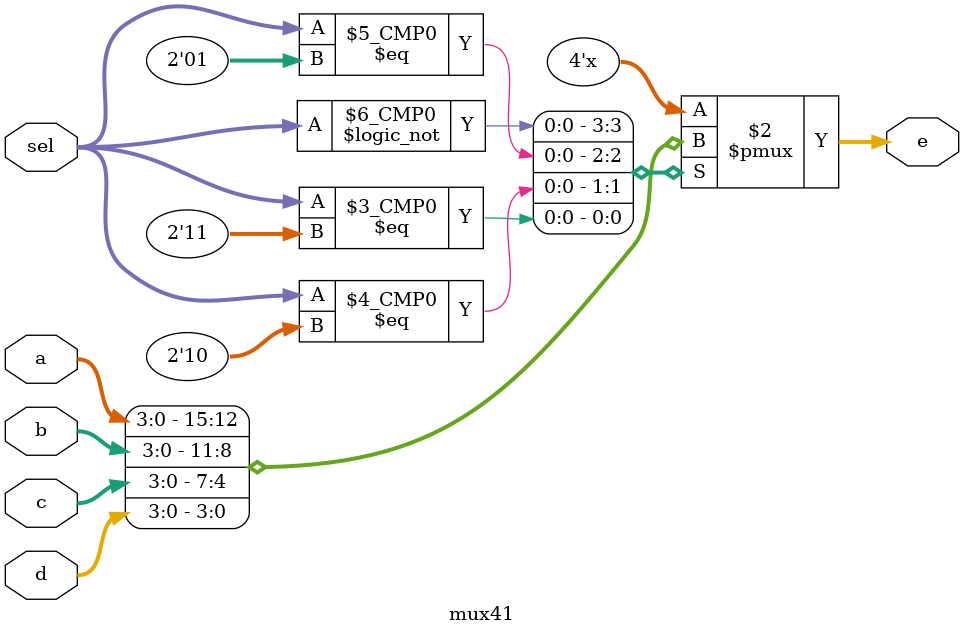
<source format=sv>
module mux41 #(parameter N=4)(input [N-1:0] a,b,c,d, output logic [N-1:0] e, input[1:0] sel);


	always_comb begin
		case(sel)
			2'b00:e=a;
			2'b01:e=b;
			2'b10:e=c;
			2'b11:e=d;
			default:e=a;
		
		endcase
	end
	
endmodule 
</source>
